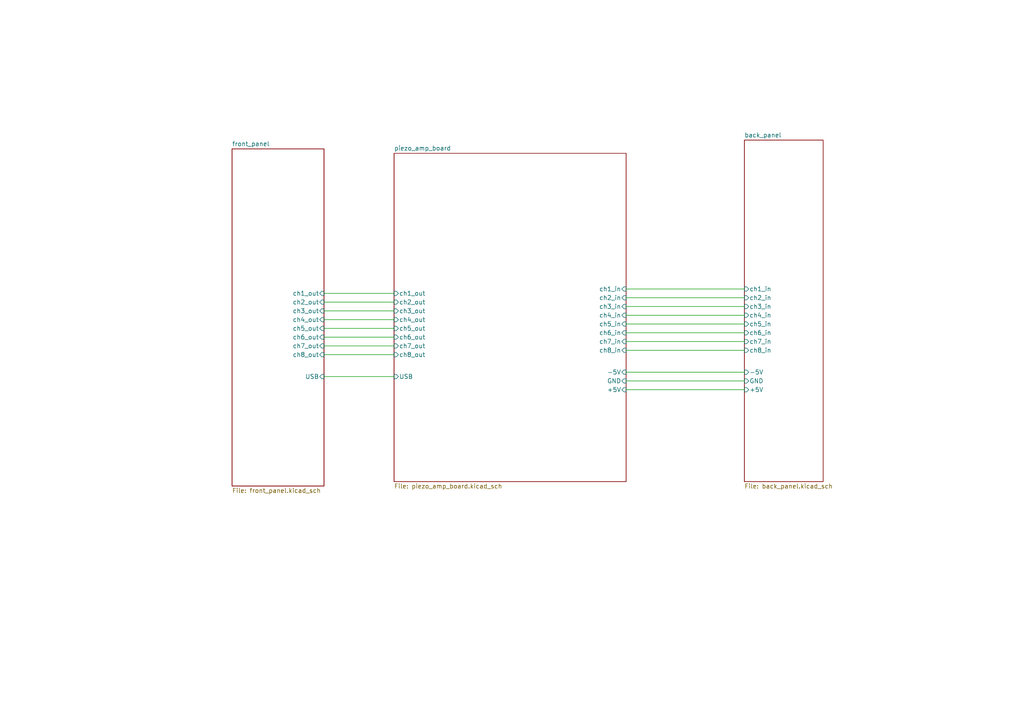
<source format=kicad_sch>
(kicad_sch
	(version 20231120)
	(generator "eeschema")
	(generator_version "8.0")
	(uuid "bc52ce86-3c6e-46af-97be-bbe887f53d5c")
	(paper "A4")
	(title_block
		(title "Piezo amp box")
		(date "2024-01-10")
		(company "SBC")
		(comment 1 "Zhiheng Sheng")
	)
	(lib_symbols)
	(wire
		(pts
			(xy 93.98 100.33) (xy 114.3 100.33)
		)
		(stroke
			(width 0)
			(type default)
		)
		(uuid "0186ace8-4b35-43b7-ab74-9670885431e3")
	)
	(wire
		(pts
			(xy 215.9 110.49) (xy 181.61 110.49)
		)
		(stroke
			(width 0)
			(type default)
		)
		(uuid "0325afc8-18ed-4faa-acca-e9ccb6e82804")
	)
	(wire
		(pts
			(xy 215.9 113.03) (xy 181.61 113.03)
		)
		(stroke
			(width 0)
			(type default)
		)
		(uuid "12f06cd2-6a0e-480f-989e-60700a86d19e")
	)
	(wire
		(pts
			(xy 93.98 109.22) (xy 114.3 109.22)
		)
		(stroke
			(width 0)
			(type default)
		)
		(uuid "156b5509-1f60-4216-a119-2dec4a50b9af")
	)
	(wire
		(pts
			(xy 215.9 91.44) (xy 181.61 91.44)
		)
		(stroke
			(width 0)
			(type default)
		)
		(uuid "1e6927fe-704a-4126-b0bb-6072ce3c5d2e")
	)
	(wire
		(pts
			(xy 215.9 93.98) (xy 181.61 93.98)
		)
		(stroke
			(width 0)
			(type default)
		)
		(uuid "214e555c-5613-4f5a-837f-970f7298aca1")
	)
	(wire
		(pts
			(xy 93.98 102.87) (xy 114.3 102.87)
		)
		(stroke
			(width 0)
			(type default)
		)
		(uuid "28c613c2-4168-40af-a5a6-b741e335a57b")
	)
	(wire
		(pts
			(xy 215.9 96.52) (xy 181.61 96.52)
		)
		(stroke
			(width 0)
			(type default)
		)
		(uuid "3bc9a01c-c494-414a-b201-10429700ff4f")
	)
	(wire
		(pts
			(xy 93.98 97.79) (xy 114.3 97.79)
		)
		(stroke
			(width 0)
			(type default)
		)
		(uuid "520dfc17-e967-4beb-9da1-e9ac4600a9ec")
	)
	(wire
		(pts
			(xy 93.98 85.09) (xy 114.3 85.09)
		)
		(stroke
			(width 0)
			(type default)
		)
		(uuid "53abc3ba-404f-43d4-845e-534ce92b71ca")
	)
	(wire
		(pts
			(xy 215.9 107.95) (xy 181.61 107.95)
		)
		(stroke
			(width 0)
			(type default)
		)
		(uuid "6a08f994-fef1-4b48-95f6-2104221c924a")
	)
	(wire
		(pts
			(xy 93.98 95.25) (xy 114.3 95.25)
		)
		(stroke
			(width 0)
			(type default)
		)
		(uuid "6ba201db-ae91-440f-96e2-7ca7c1a32661")
	)
	(wire
		(pts
			(xy 215.9 88.9) (xy 181.61 88.9)
		)
		(stroke
			(width 0)
			(type default)
		)
		(uuid "85d222d9-6f6e-48a4-8802-724f821a8dfe")
	)
	(wire
		(pts
			(xy 215.9 101.6) (xy 181.61 101.6)
		)
		(stroke
			(width 0)
			(type default)
		)
		(uuid "9f805a73-8239-4433-a2b5-d5f20766c979")
	)
	(wire
		(pts
			(xy 215.9 99.06) (xy 181.61 99.06)
		)
		(stroke
			(width 0)
			(type default)
		)
		(uuid "b2359952-1e21-4b03-a11a-ffbafc90cf9c")
	)
	(wire
		(pts
			(xy 93.98 92.71) (xy 114.3 92.71)
		)
		(stroke
			(width 0)
			(type default)
		)
		(uuid "d17db512-7eff-450e-9e78-31ffa1b11cd6")
	)
	(wire
		(pts
			(xy 93.98 90.17) (xy 114.3 90.17)
		)
		(stroke
			(width 0)
			(type default)
		)
		(uuid "d768978a-6570-47e8-8107-0246cc4bed5a")
	)
	(wire
		(pts
			(xy 215.9 86.36) (xy 181.61 86.36)
		)
		(stroke
			(width 0)
			(type default)
		)
		(uuid "df10991a-7652-4248-a5e3-e07957f0a369")
	)
	(wire
		(pts
			(xy 93.98 87.63) (xy 114.3 87.63)
		)
		(stroke
			(width 0)
			(type default)
		)
		(uuid "e404a3a9-b871-42e8-8401-ffc80c79b3f7")
	)
	(wire
		(pts
			(xy 215.9 83.82) (xy 181.61 83.82)
		)
		(stroke
			(width 0)
			(type default)
		)
		(uuid "fc356676-349e-46d7-ae17-f4778d79d8e4")
	)
	(sheet
		(at 215.9 40.64)
		(size 22.86 99.06)
		(fields_autoplaced yes)
		(stroke
			(width 0.1524)
			(type solid)
		)
		(fill
			(color 0 0 0 0.0000)
		)
		(uuid "02033263-4c8a-4408-8545-b9c0b82ae4b8")
		(property "Sheetname" "back_panel"
			(at 215.9 39.9284 0)
			(effects
				(font
					(size 1.27 1.27)
				)
				(justify left bottom)
			)
		)
		(property "Sheetfile" "back_panel.kicad_sch"
			(at 215.9 140.2846 0)
			(effects
				(font
					(size 1.27 1.27)
				)
				(justify left top)
			)
		)
		(pin "ch1_in" input
			(at 215.9 83.82 180)
			(effects
				(font
					(size 1.27 1.27)
				)
				(justify left)
			)
			(uuid "d6493b2f-6a57-4b39-9c29-1e7fae5fa29a")
		)
		(pin "ch2_in" input
			(at 215.9 86.36 180)
			(effects
				(font
					(size 1.27 1.27)
				)
				(justify left)
			)
			(uuid "6e620d90-7650-45e2-aa0c-d9e8443259f3")
		)
		(pin "ch6_in" input
			(at 215.9 96.52 180)
			(effects
				(font
					(size 1.27 1.27)
				)
				(justify left)
			)
			(uuid "374cd945-1fb6-4ab8-a3b7-9d95bc38e99a")
		)
		(pin "ch5_in" input
			(at 215.9 93.98 180)
			(effects
				(font
					(size 1.27 1.27)
				)
				(justify left)
			)
			(uuid "69542c06-df5b-463b-bcee-af3b320a4732")
		)
		(pin "ch3_in" input
			(at 215.9 88.9 180)
			(effects
				(font
					(size 1.27 1.27)
				)
				(justify left)
			)
			(uuid "a1c46156-37cb-48e1-b80b-59a4fe76b3f3")
		)
		(pin "ch8_in" input
			(at 215.9 101.6 180)
			(effects
				(font
					(size 1.27 1.27)
				)
				(justify left)
			)
			(uuid "e71f73c0-78c7-43c1-b629-881e665580ed")
		)
		(pin "ch7_in" input
			(at 215.9 99.06 180)
			(effects
				(font
					(size 1.27 1.27)
				)
				(justify left)
			)
			(uuid "78295552-3833-400d-be55-036b0e100be5")
		)
		(pin "ch4_in" input
			(at 215.9 91.44 180)
			(effects
				(font
					(size 1.27 1.27)
				)
				(justify left)
			)
			(uuid "8612d969-0632-4c41-ab18-15b2cc4c7ad6")
		)
		(pin "+5V" input
			(at 215.9 113.03 180)
			(effects
				(font
					(size 1.27 1.27)
				)
				(justify left)
			)
			(uuid "19167b7d-f915-44ea-85ea-098a7af6c164")
		)
		(pin "-5V" input
			(at 215.9 107.95 180)
			(effects
				(font
					(size 1.27 1.27)
				)
				(justify left)
			)
			(uuid "39e57c48-355f-4744-8264-c0dee4d87167")
		)
		(pin "GND" input
			(at 215.9 110.49 180)
			(effects
				(font
					(size 1.27 1.27)
				)
				(justify left)
			)
			(uuid "160d0b20-24e2-4d62-bad5-6e3f7be4f507")
		)
		(instances
			(project "piezo_amp_box"
				(path "/bc52ce86-3c6e-46af-97be-bbe887f53d5c"
					(page "4")
				)
			)
		)
	)
	(sheet
		(at 67.31 43.18)
		(size 26.67 97.79)
		(fields_autoplaced yes)
		(stroke
			(width 0.1524)
			(type solid)
		)
		(fill
			(color 0 0 0 0.0000)
		)
		(uuid "618e8fb2-0f49-4e55-9c7d-5921cf4ecdcc")
		(property "Sheetname" "front_panel"
			(at 67.31 42.4684 0)
			(effects
				(font
					(size 1.27 1.27)
				)
				(justify left bottom)
			)
		)
		(property "Sheetfile" "front_panel.kicad_sch"
			(at 67.31 141.5546 0)
			(effects
				(font
					(size 1.27 1.27)
				)
				(justify left top)
			)
		)
		(pin "ch6_out" input
			(at 93.98 97.79 0)
			(effects
				(font
					(size 1.27 1.27)
				)
				(justify right)
			)
			(uuid "1aaef7d3-f944-4a8c-aa3a-2fb3a3aa4296")
		)
		(pin "ch7_out" input
			(at 93.98 100.33 0)
			(effects
				(font
					(size 1.27 1.27)
				)
				(justify right)
			)
			(uuid "b6bf69e8-34c7-409c-be17-0a9b3202d0e4")
		)
		(pin "ch5_out" input
			(at 93.98 95.25 0)
			(effects
				(font
					(size 1.27 1.27)
				)
				(justify right)
			)
			(uuid "48e2ac1c-d3c6-4b7e-925e-f312da80ea04")
		)
		(pin "ch4_out" input
			(at 93.98 92.71 0)
			(effects
				(font
					(size 1.27 1.27)
				)
				(justify right)
			)
			(uuid "129f7eae-4b95-49d9-9e29-f6b94cabdcff")
		)
		(pin "ch1_out" input
			(at 93.98 85.09 0)
			(effects
				(font
					(size 1.27 1.27)
				)
				(justify right)
			)
			(uuid "a6aa96a7-e64f-49c9-9851-8daf0b820500")
		)
		(pin "ch2_out" input
			(at 93.98 87.63 0)
			(effects
				(font
					(size 1.27 1.27)
				)
				(justify right)
			)
			(uuid "3b98d6d1-0ee1-46ac-b7e9-301d833f5568")
		)
		(pin "ch3_out" input
			(at 93.98 90.17 0)
			(effects
				(font
					(size 1.27 1.27)
				)
				(justify right)
			)
			(uuid "bc9aa3e7-c513-4aa9-a075-8feb589c2a09")
		)
		(pin "ch8_out" input
			(at 93.98 102.87 0)
			(effects
				(font
					(size 1.27 1.27)
				)
				(justify right)
			)
			(uuid "6fd1028b-38e7-499b-82cd-4aa3838a07ff")
		)
		(pin "USB" input
			(at 93.98 109.22 0)
			(effects
				(font
					(size 1.27 1.27)
				)
				(justify right)
			)
			(uuid "f24678b3-8907-47b4-b7a9-68b4fe6b5d1f")
		)
		(instances
			(project "piezo_amp_box"
				(path "/bc52ce86-3c6e-46af-97be-bbe887f53d5c"
					(page "3")
				)
			)
		)
	)
	(sheet
		(at 114.3 44.45)
		(size 67.31 95.25)
		(fields_autoplaced yes)
		(stroke
			(width 0.1524)
			(type solid)
		)
		(fill
			(color 0 0 0 0.0000)
		)
		(uuid "fa65a3d1-1203-44bf-9b0f-5b8e2186b9ae")
		(property "Sheetname" "piezo_amp_board"
			(at 114.3 43.7384 0)
			(effects
				(font
					(size 1.27 1.27)
				)
				(justify left bottom)
			)
		)
		(property "Sheetfile" "piezo_amp_board.kicad_sch"
			(at 114.3 140.2846 0)
			(effects
				(font
					(size 1.27 1.27)
				)
				(justify left top)
			)
		)
		(pin "-5V" input
			(at 181.61 107.95 0)
			(effects
				(font
					(size 1.27 1.27)
				)
				(justify right)
			)
			(uuid "2c22e5f6-4e3c-4781-9509-8f21da2f9b72")
		)
		(pin "GND" input
			(at 181.61 110.49 0)
			(effects
				(font
					(size 1.27 1.27)
				)
				(justify right)
			)
			(uuid "eea46e48-5142-48a4-9357-63afb768c514")
		)
		(pin "+5V" input
			(at 181.61 113.03 0)
			(effects
				(font
					(size 1.27 1.27)
				)
				(justify right)
			)
			(uuid "908fb70d-50ce-4d33-849a-32f60f2e19a8")
		)
		(pin "ch6_in" input
			(at 181.61 96.52 0)
			(effects
				(font
					(size 1.27 1.27)
				)
				(justify right)
			)
			(uuid "1e4553f9-e6e1-4cba-8189-d9a9851700f5")
		)
		(pin "ch5_in" input
			(at 181.61 93.98 0)
			(effects
				(font
					(size 1.27 1.27)
				)
				(justify right)
			)
			(uuid "b76d05f3-4e98-4d8c-8963-3b3ca2a78b09")
		)
		(pin "ch8_in" input
			(at 181.61 101.6 0)
			(effects
				(font
					(size 1.27 1.27)
				)
				(justify right)
			)
			(uuid "d61de5d0-28a1-4059-8338-6fb2b0947a42")
		)
		(pin "ch7_in" input
			(at 181.61 99.06 0)
			(effects
				(font
					(size 1.27 1.27)
				)
				(justify right)
			)
			(uuid "baf4a9c2-8dbd-4591-9491-d4d6497ccd35")
		)
		(pin "ch3_in" input
			(at 181.61 88.9 0)
			(effects
				(font
					(size 1.27 1.27)
				)
				(justify right)
			)
			(uuid "f1f86598-fe7f-42c0-a6ca-3bcf72c8a496")
		)
		(pin "ch4_in" input
			(at 181.61 91.44 0)
			(effects
				(font
					(size 1.27 1.27)
				)
				(justify right)
			)
			(uuid "f0f6ec82-9beb-4b83-af0e-02d37827fd40")
		)
		(pin "ch2_in" input
			(at 181.61 86.36 0)
			(effects
				(font
					(size 1.27 1.27)
				)
				(justify right)
			)
			(uuid "d17f5c22-4f62-42db-8ac9-918154b482c0")
		)
		(pin "ch1_in" input
			(at 181.61 83.82 0)
			(effects
				(font
					(size 1.27 1.27)
				)
				(justify right)
			)
			(uuid "22fc9466-8b2a-4707-b2d5-a3448a9b74b7")
		)
		(pin "ch2_out" input
			(at 114.3 87.63 180)
			(effects
				(font
					(size 1.27 1.27)
				)
				(justify left)
			)
			(uuid "c64069c3-6673-4ba7-ad75-91fde9058a33")
		)
		(pin "ch3_out" input
			(at 114.3 90.17 180)
			(effects
				(font
					(size 1.27 1.27)
				)
				(justify left)
			)
			(uuid "5dfd4204-1a12-489e-8ec9-f69ece517c60")
		)
		(pin "ch1_out" input
			(at 114.3 85.09 180)
			(effects
				(font
					(size 1.27 1.27)
				)
				(justify left)
			)
			(uuid "d58e4638-93ae-4c29-8eda-634d5faa9816")
		)
		(pin "ch4_out" input
			(at 114.3 92.71 180)
			(effects
				(font
					(size 1.27 1.27)
				)
				(justify left)
			)
			(uuid "ec28bb78-7b2d-4228-bda6-bf113bc3f460")
		)
		(pin "ch5_out" input
			(at 114.3 95.25 180)
			(effects
				(font
					(size 1.27 1.27)
				)
				(justify left)
			)
			(uuid "e956f302-f424-490f-9368-36afbb2a7132")
		)
		(pin "USB" input
			(at 114.3 109.22 180)
			(effects
				(font
					(size 1.27 1.27)
				)
				(justify left)
			)
			(uuid "f9cd15a0-d38f-4c67-99df-30ec4179f0f0")
		)
		(pin "ch6_out" input
			(at 114.3 97.79 180)
			(effects
				(font
					(size 1.27 1.27)
				)
				(justify left)
			)
			(uuid "b490d491-b39e-4df7-847b-8bcea8d99f54")
		)
		(pin "ch7_out" input
			(at 114.3 100.33 180)
			(effects
				(font
					(size 1.27 1.27)
				)
				(justify left)
			)
			(uuid "b4fd7b0d-60f1-4fcc-88eb-19211143c3c2")
		)
		(pin "ch8_out" input
			(at 114.3 102.87 180)
			(effects
				(font
					(size 1.27 1.27)
				)
				(justify left)
			)
			(uuid "149f72b8-1f3c-416b-9fc3-4f35cd3e004c")
		)
		(instances
			(project "piezo_amp_box"
				(path "/bc52ce86-3c6e-46af-97be-bbe887f53d5c"
					(page "2")
				)
			)
		)
	)
	(sheet_instances
		(path "/"
			(page "1")
		)
	)
)

</source>
